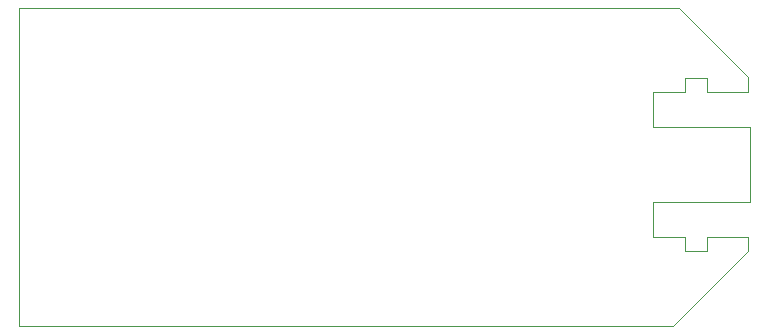
<source format=gbr>
G04 #@! TF.GenerationSoftware,KiCad,Pcbnew,(5.0.0-rc2-dev-107-g49486b83b)*
G04 #@! TF.CreationDate,2018-04-15T19:26:34+02:00*
G04 #@! TF.ProjectId,bobbycar,626F6262796361722E6B696361645F70,rev?*
G04 #@! TF.SameCoordinates,Original*
G04 #@! TF.FileFunction,Profile,NP*
%FSLAX46Y46*%
G04 Gerber Fmt 4.6, Leading zero omitted, Abs format (unit mm)*
G04 Created by KiCad (PCBNEW (5.0.0-rc2-dev-107-g49486b83b)) date Sun Apr 15 19:26:34 2018*
%MOMM*%
%LPD*%
G01*
G04 APERTURE LIST*
%ADD10C,0.100000*%
G04 APERTURE END LIST*
D10*
X162306000Y-91440000D02*
X162306000Y-92659200D01*
X158877000Y-92659200D02*
X162306000Y-92659200D01*
X158877000Y-91516200D02*
X158877000Y-92659200D01*
X156972000Y-91516200D02*
X158877000Y-91516200D01*
X156972000Y-92659200D02*
X156972000Y-91516200D01*
X154279600Y-92659200D02*
X156972000Y-92659200D01*
X154279600Y-95605600D02*
X154279600Y-92659200D01*
X162509200Y-95605600D02*
X154279600Y-95605600D01*
X162509200Y-102006400D02*
X162509200Y-95605600D01*
X154279600Y-102006400D02*
X162509200Y-102006400D01*
X154279600Y-104952800D02*
X154279600Y-102006400D01*
X156972000Y-104952800D02*
X154279600Y-104952800D01*
X156972000Y-106095800D02*
X156972000Y-104952800D01*
X158877000Y-106095800D02*
X156972000Y-106095800D01*
X158877000Y-104952800D02*
X158877000Y-106095800D01*
X162306000Y-104952800D02*
X158877000Y-104952800D01*
X162306000Y-106172000D02*
X162306000Y-104952800D01*
X162306000Y-91440000D02*
X156464000Y-85598000D01*
X162306000Y-106172000D02*
X155956000Y-112522000D01*
X100584000Y-85598000D02*
X100584000Y-112522000D01*
X155956000Y-112522000D02*
X100584000Y-112522000D01*
X156464000Y-85598000D02*
X100584000Y-85598000D01*
M02*

</source>
